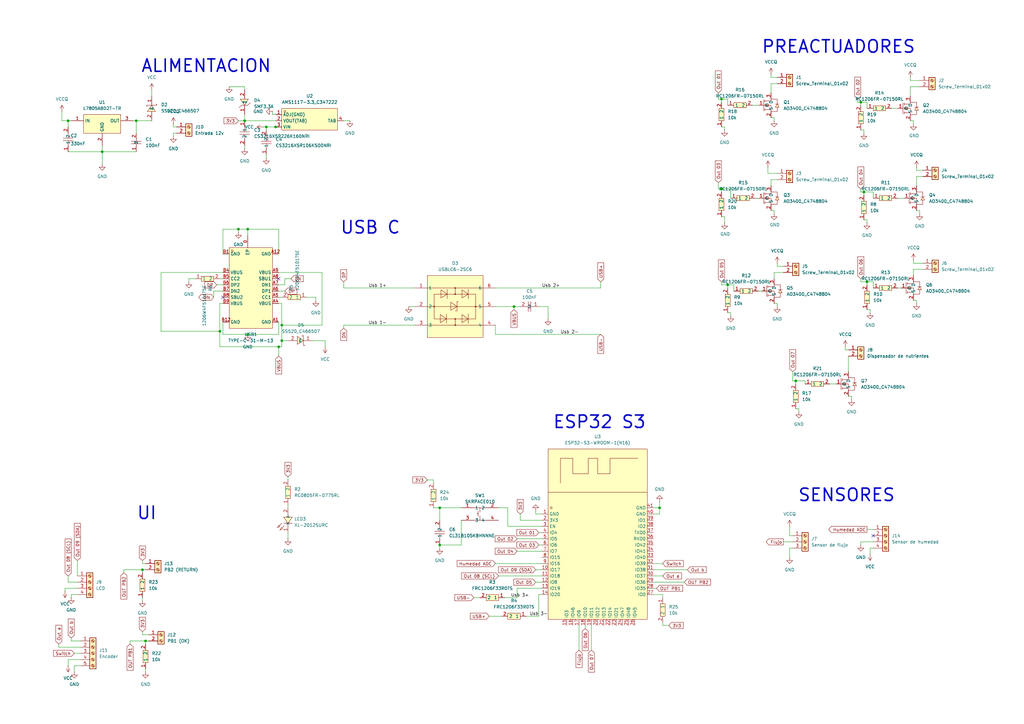
<source format=kicad_sch>
(kicad_sch (version 20250114) (generator "eeschema") (generator_version "9.0")
  (paper "A3")
  (text "SENSORES\n" (at 347.218 203.2 0) (effects (font (size 5.08 5.08) (thickness 0.635))))
  (text "UI" (at 60.198 210.566 0) (effects (font (size 5.08 5.08) (thickness 0.635))))
  (text "ESP32 S3\n" (at 245.872 173.228 0) (effects (font (size 5.08 5.08) (thickness 0.635))))
  (text "PREACTUADORES" (at 343.916 19.304 0) (effects (font (size 5.08 5.08) (thickness 0.635))))
  (text "ALIMENTACION\n" (at 84.582 27.178 0) (effects (font (size 5.08 5.08) (thickness 0.635))))
  (text "USB C\n" (at 151.892 93.472 0) (effects (font (size 5.08 5.08) (thickness 0.635))))
  (junction (at 115.57 133.35))
  (junction (at 27.94 49.53))
  (junction (at 55.88 49.53))
  (junction (at 270.51 208.28))
  (junction (at 295.91 40.64))
  (junction (at 298.45 116.84))
  (junction (at 58.42 233.68))
  (junction (at 97.79 93.98))
  (junction (at 353.06 41.91))
  (junction (at 59.69 262.89))
  (junction (at 326.39 156.21))
  (junction (at 210.82 125.73))
  (junction (at 113.03 52.07))
  (junction (at 90.17 135.89))
  (junction (at 100.33 49.53))
  (junction (at 115.57 139.7))
  (junction (at 355.6 115.57))
  (junction (at 114.3 142.24))
  (junction (at 109.22 52.07))
  (junction (at 180.34 223.52))
  (junction (at 295.91 77.47))
  (junction (at 354.33 78.74))
  (junction (at 180.34 208.28))
  (junction (at 101.6 93.98))
  (junction (at 41.91 62.23))
  (junction (at 101.6 137.16))
  (no_connect (at 91.44 121.92))
  (no_connect (at 114.3 114.3))
  (no_connect (at 358.14 219.71))
  (wire (pts (xy 378.46 69.85) (xy 375.92 69.85)))
  (wire (pts (xy 72.39 52.07) (xy 71.12 52.07)))
  (wire (pts (xy 132.08 111.76) (xy 114.3 111.76)))
  (wire (pts (xy 90.17 142.24) (xy 114.3 142.24)))
  (wire (pts (xy 355.6 115.57) (xy 353.06 115.57)))
  (wire (pts (xy 194.31 245.11) (xy 196.85 245.11)))
  (wire (pts (xy 100.33 59.69) (xy 100.33 60.96)))
  (wire (pts (xy 355.6 41.91) (xy 355.6 44.45)))
  (wire (pts (xy 294.64 38.1) (xy 294.64 40.64)))
  (wire (pts (xy 27.94 49.53) (xy 27.94 52.07)))
  (wire (pts (xy 31.75 229.87) (xy 31.75 236.22)))
  (wire (pts (xy 374.65 106.68) (xy 374.65 107.95)))
  (wire (pts (xy 355.6 127) (xy 356.87 127)))
  (wire (pts (xy 356.87 127) (xy 356.87 128.27)))
  (wire (pts (xy 317.5 114.3) (xy 317.5 111.76)))
  (wire (pts (xy 317.5 87.63) (xy 317.5 86.36)))
  (wire (pts (xy 321.31 109.22) (xy 318.77 109.22)))
  (wire (pts (xy 66.04 135.89) (xy 90.17 135.89)))
  (wire (pts (xy 346.71 142.24) (xy 346.71 143.51)))
  (wire (pts (xy 308.61 43.18) (xy 311.15 43.18)))
  (wire (pts (xy 170.18 133.35) (xy 140.97 133.35)))
  (wire (pts (xy 317.5 48.26) (xy 317.5 49.53)))
  (wire (pts (xy 101.6 93.98) (xy 114.3 93.98)))
  (wire (pts (xy 354.33 78.74) (xy 354.33 80.01)))
  (wire (pts (xy 175.26 196.85) (xy 177.8 196.85)))
  (wire (pts (xy 321.31 222.25) (xy 325.12 222.25)))
  (wire (pts (xy 316.23 76.2) (xy 316.23 73.66)))
  (wire (pts (xy 271.78 243.84) (xy 271.78 245.11)))
  (wire (pts (xy 326.39 156.21) (xy 325.12 156.21)))
  (wire (pts (xy 267.97 236.22) (xy 271.78 236.22)))
  (wire (pts (xy 299.72 77.47) (xy 299.72 81.28)))
  (wire (pts (xy 377.19 86.36) (xy 377.19 87.63)))
  (wire (pts (xy 246.38 118.11) (xy 203.2 118.11)))
  (wire (pts (xy 58.42 229.87) (xy 58.42 231.14)))
  (wire (pts (xy 27.94 270.51) (xy 27.94 273.05)))
  (wire (pts (xy 210.82 125.73) (xy 213.36 125.73)))
  (wire (pts (xy 133.35 142.24) (xy 133.35 139.7)))
  (wire (pts (xy 100.33 35.56) (xy 100.33 36.83)))
  (wire (pts (xy 91.44 93.98) (xy 97.79 93.98)))
  (wire (pts (xy 29.21 243.84) (xy 29.21 245.11)))
  (wire (pts (xy 167.64 125.73) (xy 170.18 125.73)))
  (wire (pts (xy 267.97 238.76) (xy 280.67 238.76)))
  (wire (pts (xy 189.23 213.36) (xy 189.23 223.52)))
  (wire (pts (xy 349.25 162.56) (xy 349.25 163.83)))
  (wire (pts (xy 317.5 111.76) (xy 321.31 111.76)))
  (wire (pts (xy 118.11 218.44) (xy 118.11 220.98)))
  (wire (pts (xy 327.66 167.64) (xy 327.66 168.91)))
  (wire (pts (xy 222.25 210.82) (xy 219.71 210.82)))
  (wire (pts (xy 297.18 88.9) (xy 297.18 91.44)))
  (wire (pts (xy 140.97 49.53) (xy 143.51 49.53)))
  (wire (pts (xy 224.79 125.73) (xy 224.79 130.81)))
  (wire (pts (xy 100.33 46.99) (xy 100.33 49.53)))
  (wire (pts (xy 340.36 157.48) (xy 342.9 157.48)))
  (wire (pts (xy 203.2 231.14) (xy 222.25 231.14)))
  (wire (pts (xy 118.11 195.58) (xy 118.11 196.85)))
  (wire (pts (xy 91.44 111.76) (xy 66.04 111.76)))
  (wire (pts (xy 59.69 274.32) (xy 59.69 275.59)))
  (wire (pts (xy 316.23 38.1) (xy 316.23 34.29)))
  (wire (pts (xy 267.97 208.28) (xy 270.51 208.28)))
  (wire (pts (xy 325.12 224.79) (xy 323.85 224.79)))
  (wire (pts (xy 365.76 44.45) (xy 368.3 44.45)))
  (wire (pts (xy 317.5 48.26) (xy 316.23 48.26)))
  (wire (pts (xy 208.28 215.9) (xy 208.28 208.28)))
  (wire (pts (xy 330.2 156.21) (xy 326.39 156.21)))
  (wire (pts (xy 31.75 243.84) (xy 29.21 243.84)))
  (wire (pts (xy 41.91 62.23) (xy 41.91 67.31)))
  (wire (pts (xy 316.23 30.48) (xy 316.23 31.75)))
  (wire (pts (xy 177.8 198.12) (xy 177.8 196.85)))
  (wire (pts (xy 222.25 241.3) (xy 212.09 241.3)))
  (wire (pts (xy 107.95 52.07) (xy 109.22 52.07)))
  (wire (pts (xy 374.65 107.95) (xy 378.46 107.95)))
  (wire (pts (xy 170.18 118.11) (xy 140.97 118.11)))
  (wire (pts (xy 374.65 49.53) (xy 374.65 50.8)))
  (wire (pts (xy 295.91 52.07) (xy 297.18 52.07)))
  (wire (pts (xy 114.3 124.46) (xy 115.57 124.46)))
  (wire (pts (xy 33.02 273.05) (xy 30.48 273.05)))
  (wire (pts (xy 27.94 62.23) (xy 41.91 62.23)))
  (wire (pts (xy 242.57 256.54) (xy 242.57 266.7)))
  (wire (pts (xy 54.61 49.53) (xy 55.88 49.53)))
  (wire (pts (xy 246.38 115.57) (xy 246.38 118.11)))
  (wire (pts (xy 97.79 93.98) (xy 97.79 95.25)))
  (wire (pts (xy 270.51 208.28) (xy 270.51 210.82)))
  (wire (pts (xy 55.88 49.53) (xy 62.23 49.53)))
  (wire (pts (xy 31.75 241.3) (xy 26.67 241.3)))
  (wire (pts (xy 267.97 241.3) (xy 269.24 241.3)))
  (wire (pts (xy 298.45 128.27) (xy 299.72 128.27)))
  (wire (pts (xy 358.14 115.57) (xy 358.14 118.11)))
  (wire (pts (xy 140.97 118.11) (xy 140.97 115.57)))
  (wire (pts (xy 97.79 49.53) (xy 100.33 49.53)))
  (wire (pts (xy 128.27 139.7) (xy 133.35 139.7)))
  (wire (pts (xy 212.09 226.06) (xy 222.25 226.06)))
  (wire (pts (xy 220.98 125.73) (xy 224.79 125.73)))
  (wire (pts (xy 295.91 40.64) (xy 295.91 41.91)))
  (wire (pts (xy 118.11 207.01) (xy 118.11 208.28)))
  (wire (pts (xy 177.8 208.28) (xy 180.34 208.28)))
  (wire (pts (xy 58.42 233.68) (xy 50.8 233.68)))
  (wire (pts (xy 374.65 49.53) (xy 373.38 49.53)))
  (wire (pts (xy 374.65 110.49) (xy 378.46 110.49)))
  (wire (pts (xy 351.79 40.64) (xy 351.79 41.91)))
  (wire (pts (xy 59.69 262.89) (xy 53.34 262.89)))
  (wire (pts (xy 114.3 132.08) (xy 114.3 137.16)))
  (wire (pts (xy 26.67 242.57) (xy 26.67 241.3)))
  (wire (pts (xy 60.96 262.89) (xy 59.69 262.89)))
  (wire (pts (xy 129.54 123.19) (xy 129.54 121.92)))
  (wire (pts (xy 246.38 137.16) (xy 203.2 137.16)))
  (wire (pts (xy 41.91 62.23) (xy 55.88 62.23)))
  (wire (pts (xy 373.38 39.37) (xy 373.38 35.56)))
  (wire (pts (xy 346.71 143.51) (xy 347.98 143.51)))
  (wire (pts (xy 77.47 115.57) (xy 77.47 114.3)))
  (wire (pts (xy 30.48 273.05) (xy 30.48 275.59)))
  (wire (pts (xy 29.21 261.62) (xy 29.21 262.89)))
  (wire (pts (xy 204.47 236.22) (xy 222.25 236.22)))
  (wire (pts (xy 210.82 125.73) (xy 210.82 127)))
  (wire (pts (xy 114.3 121.92) (xy 115.57 121.92)))
  (wire (pts (xy 109.22 52.07) (xy 113.03 52.07)))
  (wire (pts (xy 50.8 233.68) (xy 50.8 234.95)))
  (wire (pts (xy 222.25 213.36) (xy 213.36 213.36)))
  (wire (pts (xy 271.78 255.27) (xy 271.78 256.54)))
  (wire (pts (xy 297.18 52.07) (xy 297.18 53.34)))
  (wire (pts (xy 88.9 116.84) (xy 91.44 116.84)))
  (wire (pts (xy 91.44 104.14) (xy 91.44 93.98)))
  (wire (pts (xy 180.34 208.28) (xy 189.23 208.28)))
  (wire (pts (xy 220.98 243.84) (xy 220.98 252.73)))
  (wire (pts (xy 55.88 49.53) (xy 55.88 54.61)))
  (wire (pts (xy 353.06 41.91) (xy 353.06 43.18)))
  (wire (pts (xy 203.2 125.73) (xy 210.82 125.73)))
  (wire (pts (xy 353.06 222.25) (xy 353.06 223.52)))
  (wire (pts (xy 295.91 77.47) (xy 295.91 78.74)))
  (wire (pts (xy 295.91 40.64) (xy 298.45 40.64)))
  (wire (pts (xy 295.91 115.57) (xy 295.91 116.84)))
  (wire (pts (xy 318.77 31.75) (xy 316.23 31.75)))
  (wire (pts (xy 114.3 142.24) (xy 115.57 142.24)))
  (wire (pts (xy 300.99 116.84) (xy 300.99 119.38)))
  (wire (pts (xy 100.33 35.56) (xy 93.98 35.56)))
  (wire (pts (xy 212.09 220.98) (xy 222.25 220.98)))
  (wire (pts (xy 267.97 233.68) (xy 281.94 233.68)))
  (wire (pts (xy 299.72 128.27) (xy 299.72 129.54)))
  (wire (pts (xy 267.97 210.82) (xy 270.51 210.82)))
  (wire (pts (xy 180.34 213.36) (xy 180.34 208.28)))
  (wire (pts (xy 115.57 133.35) (xy 132.08 133.35)))
  (wire (pts (xy 295.91 77.47) (xy 299.72 77.47)))
  (wire (pts (xy 111.76 46.99) (xy 111.76 45.72)))
  (wire (pts (xy 33.02 270.51) (xy 27.94 270.51)))
  (wire (pts (xy 111.76 46.99) (xy 113.03 46.99)))
  (wire (pts (xy 294.64 74.93) (xy 294.64 77.47)))
  (wire (pts (xy 25.4 45.72) (xy 25.4 49.53)))
  (wire (pts (xy 222.25 243.84) (xy 220.98 243.84)))
  (wire (pts (xy 114.3 142.24) (xy 114.3 146.05)))
  (wire (pts (xy 114.3 52.07) (xy 113.03 52.07)))
  (wire (pts (xy 58.42 245.11) (xy 58.42 246.38)))
  (wire (pts (xy 358.14 78.74) (xy 354.33 78.74)))
  (wire (pts (xy 91.44 137.16) (xy 101.6 137.16)))
  (wire (pts (xy 298.45 116.84) (xy 298.45 118.11)))
  (wire (pts (xy 353.06 222.25) (xy 358.14 222.25)))
  (wire (pts (xy 374.65 113.03) (xy 374.65 110.49)))
  (wire (pts (xy 219.71 238.76) (xy 222.25 238.76)))
  (wire (pts (xy 222.25 215.9) (xy 208.28 215.9)))
  (wire (pts (xy 326.39 167.64) (xy 327.66 167.64)))
  (wire (pts (xy 323.85 219.71) (xy 323.85 215.9)))
  (wire (pts (xy 220.98 223.52) (xy 222.25 223.52)))
  (wire (pts (xy 90.17 124.46) (xy 90.17 135.89)))
  (wire (pts (xy 90.17 114.3) (xy 91.44 114.3)))
  (wire (pts (xy 66.04 111.76) (xy 66.04 135.89)))
  (wire (pts (xy 180.34 223.52) (xy 180.34 224.79)))
  (wire (pts (xy 71.12 52.07) (xy 71.12 50.8)))
  (wire (pts (xy 87.63 119.38) (xy 87.63 121.92)))
  (wire (pts (xy 373.38 35.56) (xy 377.19 35.56)))
  (wire (pts (xy 114.3 104.14) (xy 114.3 93.98)))
  (wire (pts (xy 298.45 40.64) (xy 298.45 43.18)))
  (wire (pts (xy 295.91 88.9) (xy 297.18 88.9)))
  (wire (pts (xy 132.08 111.76) (xy 132.08 133.35)))
  (wire (pts (xy 59.69 231.14) (xy 58.42 231.14)))
  (wire (pts (xy 298.45 116.84) (xy 295.91 116.84)))
  (wire (pts (xy 115.57 124.46) (xy 115.57 133.35)))
  (wire (pts (xy 62.23 36.83) (xy 62.23 39.37)))
  (wire (pts (xy 355.6 217.17) (xy 358.14 217.17)))
  (wire (pts (xy 33.02 262.89) (xy 29.21 262.89)))
  (wire (pts (xy 71.12 54.61) (xy 72.39 54.61)))
  (wire (pts (xy 204.47 208.28) (xy 208.28 208.28)))
  (wire (pts (xy 200.66 252.73) (xy 205.74 252.73)))
  (wire (pts (xy 24.13 264.16) (xy 24.13 265.43)))
  (wire (pts (xy 355.6 90.17) (xy 355.6 91.44)))
  (wire (pts (xy 377.19 86.36) (xy 375.92 86.36)))
  (wire (pts (xy 267.97 231.14) (xy 271.78 231.14)))
  (wire (pts (xy 58.42 259.08) (xy 58.42 260.35)))
  (wire (pts (xy 59.69 233.68) (xy 58.42 233.68)))
  (wire (pts (xy 240.03 256.54) (xy 240.03 257.81)))
  (wire (pts (xy 58.42 233.68) (xy 58.42 234.95)))
  (wire (pts (xy 41.91 59.69) (xy 41.91 62.23)))
  (wire (pts (xy 212.09 245.11) (xy 207.01 245.11)))
  (wire (pts (xy 368.3 81.28) (xy 370.84 81.28)))
  (wire (pts (xy 58.42 260.35) (xy 60.96 260.35)))
  (wire (pts (xy 90.17 135.89) (xy 90.17 142.24)))
  (wire (pts (xy 91.44 132.08) (xy 91.44 137.16)))
  (wire (pts (xy 368.3 118.11) (xy 369.57 118.11)))
  (wire (pts (xy 116.84 114.3) (xy 119.38 114.3)))
  (wire (pts (xy 101.6 137.16) (xy 114.3 137.16)))
  (wire (pts (xy 351.79 41.91) (xy 353.06 41.91)))
  (wire (pts (xy 33.02 265.43) (xy 24.13 265.43)))
  (wire (pts (xy 375.92 72.39) (xy 378.46 72.39)))
  (wire (pts (xy 353.06 77.47) (xy 353.06 78.74)))
  (wire (pts (xy 373.38 33.02) (xy 377.19 33.02)))
  (wire (pts (xy 219.71 209.55) (xy 219.71 210.82)))
  (wire (pts (xy 318.77 107.95) (xy 318.77 109.22)))
  (wire (pts (xy 219.71 233.68) (xy 222.25 233.68)))
  (wire (pts (xy 325.12 219.71) (xy 323.85 219.71)))
  (wire (pts (xy 375.92 123.19) (xy 375.92 124.46)))
  (wire (pts (xy 354.33 90.17) (xy 355.6 90.17)))
  (wire (pts (xy 375.92 123.19) (xy 374.65 123.19)))
  (wire (pts (xy 27.94 238.76) (xy 31.75 238.76)))
  (wire (pts (xy 358.14 115.57) (xy 355.6 115.57)))
  (wire (pts (xy 77.47 114.3) (xy 80.01 114.3)))
  (wire (pts (xy 114.3 116.84) (xy 116.84 116.84)))
  (wire (pts (xy 91.44 124.46) (xy 90.17 124.46)))
  (wire (pts (xy 373.38 31.75) (xy 373.38 33.02)))
  (wire (pts (xy 115.57 142.24) (xy 115.57 139.7)))
  (wire (pts (xy 213.36 213.36) (xy 213.36 210.82)))
  (wire (pts (xy 316.23 73.66) (xy 318.77 73.66)))
  (wire (pts (xy 53.34 262.89) (xy 53.34 264.16)))
  (wire (pts (xy 300.99 116.84) (xy 298.45 116.84)))
  (wire (pts (xy 294.64 40.64) (xy 295.91 40.64)))
  (wire (pts (xy 311.15 119.38) (xy 312.42 119.38)))
  (wire (pts (xy 267.97 243.84) (xy 271.78 243.84)))
  (wire (pts (xy 203.2 137.16) (xy 203.2 133.35)))
  (wire (pts (xy 116.84 116.84) (xy 116.84 114.3)))
  (wire (pts (xy 316.23 34.29) (xy 318.77 34.29)))
  (wire (pts (xy 356.87 224.79) (xy 356.87 227.33)))
  (wire (pts (xy 27.94 49.53) (xy 25.4 49.53)))
  (wire (pts (xy 270.51 205.74) (xy 270.51 208.28)))
  (wire (pts (xy 91.44 119.38) (xy 87.63 119.38)))
  (wire (pts (xy 220.98 218.44) (xy 222.25 218.44)))
  (wire (pts (xy 325.12 152.4) (xy 325.12 156.21)))
  (wire (pts (xy 375.92 68.58) (xy 375.92 69.85)))
  (wire (pts (xy 349.25 162.56) (xy 347.98 162.56)))
  (wire (pts (xy 115.57 139.7) (xy 118.11 139.7)))
  (wire (pts (xy 114.3 119.38) (xy 116.84 119.38)))
  (wire (pts (xy 101.6 96.52) (xy 101.6 93.98)))
  (wire (pts (xy 101.6 93.98) (xy 97.79 93.98)))
  (wire (pts (xy 212.09 241.3) (xy 212.09 245.11)))
  (wire (pts (xy 314.96 68.58) (xy 314.96 71.12)))
  (wire (pts (xy 323.85 224.79) (xy 323.85 228.6)))
  (wire (pts (xy 129.54 121.92) (xy 125.73 121.92)))
  (wire (pts (xy 140.97 133.35) (xy 140.97 134.62)))
  (wire (pts (xy 115.57 139.7) (xy 115.57 133.35)))
  (wire (pts (xy 100.33 49.53) (xy 113.03 49.53)))
  (wire (pts (xy 358.14 224.79) (xy 356.87 224.79)))
  (wire (pts (xy 347.98 146.05) (xy 347.98 152.4)))
  (wire (pts (xy 237.49 256.54) (xy 237.49 266.7)))
  (wire (pts (xy 109.22 63.5) (xy 109.22 64.77)))
  (wire (pts (xy 353.06 114.3) (xy 353.06 115.57)))
  (wire (pts (xy 180.34 223.52) (xy 189.23 223.52)))
  (wire (pts (xy 317.5 86.36) (xy 316.23 86.36)))
  (wire (pts (xy 353.06 53.34) (xy 354.33 53.34)))
  (wire (pts (xy 354.33 78.74) (xy 353.06 78.74)))
  (wire (pts (xy 294.64 77.47) (xy 295.91 77.47)))
  (wire (pts (xy 71.12 54.61) (xy 71.12 55.88)))
  (wire (pts (xy 354.33 53.34) (xy 354.33 54.61)))
  (wire (pts (xy 330.2 156.21) (xy 330.2 157.48)))
  (wire (pts (xy 309.88 81.28) (xy 311.15 81.28)))
  (wire (pts (xy 29.21 49.53) (xy 27.94 49.53)))
  (wire (pts (xy 326.39 156.21) (xy 326.39 157.48)))
  (wire (pts (xy 318.77 124.46) (xy 318.77 125.73)))
  (wire (pts (xy 318.77 71.12) (xy 314.96 71.12)))
  (wire (pts (xy 109.22 52.07) (xy 109.22 53.34)))
  (wire (pts (xy 59.69 262.89) (xy 59.69 264.16)))
  (wire (pts (xy 220.98 252.73) (xy 215.9 252.73)))
  (wire (pts (xy 358.14 78.74) (xy 358.14 81.28)))
  (wire (pts (xy 27.94 236.22) (xy 27.94 238.76)))
  (wire (pts (xy 355.6 115.57) (xy 355.6 116.84)))
  (wire (pts (xy 30.48 267.97) (xy 33.02 267.97)))
  (wire (pts (xy 318.77 124.46) (xy 317.5 124.46)))
  (wire (pts (xy 271.78 256.54) (xy 274.32 256.54)))
  (wire (pts (xy 353.06 41.91) (xy 355.6 41.91)))
  (wire (pts (xy 375.92 76.2) (xy 375.92 72.39)))
  (label "Usb 2-" (at 229.87 137.16 0))
  (label "Usb 3+" (at 209.55 245.11 0))
  (label "Usb 3-" (at 217.17 252.73 0))
  (label "Usb 1-" (at 151.13 133.35 0))
  (label "Usb 1+" (at 151.13 118.11 0))
  (label "Usb 2+" (at 222.25 118.11 0))
  (global_label "Out 03" (shape input) (at 294.64 74.93 90) (property "Intersheetrefs" "${INTERSHEET_REFS}" (effects (hide yes))))
  (global_label "Out 03" (shape input) (at 220.98 223.52 180) (property "Intersheetrefs" "${INTERSHEET_REFS}" (effects (hide yes))))
  (global_label "OUT PB2" (shape input) (at 280.67 238.76 0) (property "Intersheetrefs" "${INTERSHEET_REFS}" (effects (hide yes))))
  (global_label "3V3" (shape input) (at 58.42 259.08 90) (property "Intersheetrefs" "${INTERSHEET_REFS}" (effects (hide yes))))
  (global_label "Out 02" (shape input) (at 351.79 40.64 90) (property "Intersheetrefs" "${INTERSHEET_REFS}" (effects (hide yes))))
  (global_label "3V3" (shape input) (at 213.36 210.82 90) (property "Intersheetrefs" "${INTERSHEET_REFS}" (effects (hide yes))))
  (global_label "Humedad ADC" (shape output) (at 355.6 217.17 180) (property "Intersheetrefs" "${INTERSHEET_REFS}" (effects (hide yes))))
  (global_label "Out 01" (shape input) (at 220.98 218.44 180) (property "Intersheetrefs" "${INTERSHEET_REFS}" (effects (hide yes))))
  (global_label "VBUS" (shape input) (at 114.3 146.05 270) (property "Intersheetrefs" "${INTERSHEET_REFS}" (effects (hide yes))))
  (global_label "Out 05" (shape input) (at 219.71 238.76 180) (property "Intersheetrefs" "${INTERSHEET_REFS}" (effects (hide yes))))
  (global_label "USB+" (shape input) (at 246.38 115.57 90) (property "Intersheetrefs" "${INTERSHEET_REFS}" (effects (hide yes))))
  (global_label "Out 06" (shape input) (at 353.06 114.3 90) (property "Intersheetrefs" "${INTERSHEET_REFS}" (effects (hide yes))))
  (global_label "Out 05" (shape input) (at 295.91 115.57 90) (property "Intersheetrefs" "${INTERSHEET_REFS}" (effects (hide yes))))
  (global_label "OUT PB1" (shape input) (at 269.24 241.3 0) (property "Intersheetrefs" "${INTERSHEET_REFS}" (effects (hide yes))))
  (global_label "Out 07" (shape input) (at 242.57 266.7 270) (property "Intersheetrefs" "${INTERSHEET_REFS}" (effects (hide yes))))
  (global_label "Flujo" (shape input) (at 237.49 266.7 270) (property "Intersheetrefs" "${INTERSHEET_REFS}" (effects (hide yes))))
  (global_label "Switch" (shape input) (at 271.78 231.14 0) (property "Intersheetrefs" "${INTERSHEET_REFS}" (effects (hide yes))))
  (global_label "Out 02" (shape input) (at 212.09 220.98 180) (property "Intersheetrefs" "${INTERSHEET_REFS}" (effects (hide yes))))
  (global_label "Out 01" (shape input) (at 294.64 38.1 90) (property "Intersheetrefs" "${INTERSHEET_REFS}" (effects (hide yes))))
  (global_label "3V3" (shape input) (at 97.79 49.53 180) (property "Intersheetrefs" "${INTERSHEET_REFS}" (effects (hide yes))))
  (global_label "VBUS" (shape input) (at 210.82 127 270) (property "Intersheetrefs" "${INTERSHEET_REFS}" (effects (hide yes))))
  (global_label "Out 09 (SDA)" (shape input) (at 219.71 233.68 180) (property "Intersheetrefs" "${INTERSHEET_REFS}" (effects (hide yes))))
  (global_label "USB+" (shape input) (at 200.66 252.73 180) (property "Intersheetrefs" "${INTERSHEET_REFS}" (effects (hide yes))))
  (global_label "Out 08 (SCL)" (shape input) (at 27.94 236.22 90) (property "Intersheetrefs" "${INTERSHEET_REFS}" (effects (hide yes))))
  (global_label "Humedad ADC" (shape input) (at 203.2 231.14 180) (property "Intersheetrefs" "${INTERSHEET_REFS}" (effects (hide yes))))
  (global_label "DN" (shape bidirectional) (at 87.63 121.92 180) (property "Intersheetrefs" "${INTERSHEET_REFS}" (effects (hide yes))))
  (global_label "Out 08 (SCL)" (shape input) (at 204.47 236.22 180) (property "Intersheetrefs" "${INTERSHEET_REFS}" (effects (hide yes))))
  (global_label "Flujo" (shape output) (at 321.31 222.25 180) (property "Intersheetrefs" "${INTERSHEET_REFS}" (effects (hide yes))))
  (global_label "DN" (shape input) (at 140.97 134.62 270) (property "Intersheetrefs" "${INTERSHEET_REFS}" (effects (hide yes))))
  (global_label "Out a" (shape input) (at 271.78 236.22 0) (property "Intersheetrefs" "${INTERSHEET_REFS}" (effects (hide yes))))
  (global_label "DP" (shape input) (at 88.9 116.84 180) (property "Intersheetrefs" "${INTERSHEET_REFS}" (effects (hide yes))))
  (global_label "Out 07" (shape input) (at 325.12 152.4 90) (property "Intersheetrefs" "${INTERSHEET_REFS}" (effects (hide yes))))
  (global_label "DP" (shape input) (at 140.97 115.57 90) (property "Intersheetrefs" "${INTERSHEET_REFS}" (effects (hide yes))))
  (global_label "OUT PB2" (shape input) (at 50.8 234.95 270) (property "Intersheetrefs" "${INTERSHEET_REFS}" (effects (hide yes))))
  (global_label "3V3" (shape input) (at 175.26 196.85 180) (property "Intersheetrefs" "${INTERSHEET_REFS}" (effects (hide yes))))
  (global_label "3V3" (shape input) (at 274.32 256.54 0) (property "Intersheetrefs" "${INTERSHEET_REFS}" (effects (hide yes))))
  (global_label "DP" (shape input) (at 116.84 119.38 0) (property "Intersheetrefs" "${INTERSHEET_REFS}" (effects (hide yes))))
  (global_label "USB-" (shape input) (at 246.38 137.16 270) (property "Intersheetrefs" "${INTERSHEET_REFS}" (effects (hide yes))))
  (global_label "Out b" (shape input) (at 29.21 261.62 90) (property "Intersheetrefs" "${INTERSHEET_REFS}" (effects (hide yes))))
  (global_label "3V3" (shape input) (at 118.11 195.58 90) (property "Intersheetrefs" "${INTERSHEET_REFS}" (effects (hide yes))))
  (global_label "Switch" (shape input) (at 30.48 267.97 180) (property "Intersheetrefs" "${INTERSHEET_REFS}" (effects (hide yes))))
  (global_label "DN" (shape input) (at 119.38 114.3 0) (property "Intersheetrefs" "${INTERSHEET_REFS}" (effects (hide yes))))
  (global_label "Out 04" (shape input) (at 353.06 77.47 90) (property "Intersheetrefs" "${INTERSHEET_REFS}" (effects (hide yes))))
  (global_label "OUT PB1" (shape input) (at 53.34 264.16 270) (property "Intersheetrefs" "${INTERSHEET_REFS}" (effects (hide yes))))
  (global_label "Out a" (shape input) (at 24.13 264.16 90) (property "Intersheetrefs" "${INTERSHEET_REFS}" (effects (hide yes))))
  (global_label "3V3" (shape input) (at 58.42 229.87 90) (property "Intersheetrefs" "${INTERSHEET_REFS}" (effects (hide yes))))
  (global_label "Out 09 (SDA)" (shape input) (at 31.75 229.87 90) (property "Intersheetrefs" "${INTERSHEET_REFS}" (effects (hide yes))))
  (global_label "Out 06" (shape input) (at 240.03 257.81 270) (property "Intersheetrefs" "${INTERSHEET_REFS}" (effects (hide yes))))
  (global_label "Out b" (shape input) (at 281.94 233.68 0) (property "Intersheetrefs" "${INTERSHEET_REFS}" (effects (hide yes))))
  (global_label "USB-" (shape input) (at 194.31 245.11 180) (property "Intersheetrefs" "${INTERSHEET_REFS}" (effects (hide yes))))
  (global_label "Out 04" (shape input) (at 212.09 226.06 180) (property "Intersheetrefs" "${INTERSHEET_REFS}" (effects (hide yes))))
  (symbol (lib_id "EasyEDA:AO3400_C4748804") (at 314.96 119.38 0) (unit 1)
    (property "Reference" "Q5" (at 322.58 118.1099 0) (effects (justify left)))
    (property "Value" "AO3400_C4748804" (at 322.58 120.6499 0) (effects (justify left)))
    (property "Footprint" "easyeda2kicad:SOT-23_L2.9-W1.3-P1.90-LS2.4-BR" (effects (hide yes)))
    (property "LCSC Part" "C4748804" (effects (hide yes)))
  )
  (symbol (lib_id "Connector:Screw_Terminal_01x04") (at 363.22 219.71 0) (unit 1)
    (property "Reference" "J14" (at 365.76 219.7099 0) (effects (justify left)))
    (property "Value" "Sensor de humedad" (at 365.76 222.2499 0) (effects (justify left)))
    (property "Footprint" "easyeda2kicad:CONN-TH_4P-P3.81_KF124-3.81-4P" (effects (hide yes)))
    (property "Description" "Generic screw terminal, single row, 01x04, script generated (kicad-library-utils/schlib/autogen/connector/)" (effects (hide yes)))
    (property "LCSC Part" "C69809" (effects (hide yes)))
  )
  (symbol (lib_id "easyeda2kicad:SS520_C466507") (at 62.23 44.45 270) (unit 1)
    (property "Reference" "D2" (at 66.0668 42.9249 90) (effects (justify left)))
    (property "Value" "SS520_C466507" (at 66.0668 45.4649 90) (effects (justify left)))
    (property "Footprint" "easyeda2kicad:SMA_L4.4-W2.8-LS5.4-RD" (effects (hide yes)))
    (property "Datasheet" "https://lcsc.com/product-detail/Schottky-Barrier-Diodes-SBD_High-Diode-SS520_C466507.html" (effects (hide yes)))
    (property "LCSC Part" "C466507" (effects (hide yes)))
  )
  (symbol (lib_id "easyeda2kicad:RC1206FR-07150RL") (at 303.53 43.18 0) (unit 1)
    (property "Reference" "R16" (at 303.53 36.83 0))
    (property "Value" "RC1206FR-07150RL" (at 303.53 39.37 0))
    (property "Footprint" "easyeda2kicad:R1206" (effects (hide yes)))
    (property "Datasheet" "https://lcsc.com/product-detail/_RC1206FR-07150RL_C137387.html" (effects (hide yes)))
    (property "LCSC Part" "C137387" (effects (hide yes)))
  )
  (symbol (lib_id "power:GND") (at 29.21 245.11 0) (unit 1)
    (property "Reference" "#PWR014" (effects (hide yes)))
    (property "Value" "GND" (at 29.21 250.19 0))
    (property "Description" "Power symbol creates a global label with name \"GND\" , ground" (effects (hide yes)))
  )
  (symbol (lib_id "power:GND") (at 353.06 223.52 0) (unit 1)
    (property "Reference" "#PWR042" (effects (hide yes)))
    (property "Value" "GND" (at 353.06 228.6 0))
    (property "Description" "Power symbol creates a global label with name \"GND\" , ground" (effects (hide yes)))
  )
  (symbol (lib_id "easyeda2kicad:XL-2012SURC") (at 118.11 213.36 90) (unit 1)
    (property "Reference" "LED3" (at 120.65 212.8499 90) (effects (justify right)))
    (property "Value" "XL-2012SURC" (at 120.65 215.3899 90) (effects (justify right)))
    (property "Footprint" "easyeda2kicad:LED0805-RD_RED" (effects (hide yes)))
    (property "LCSC Part" "C965812" (effects (hide yes)))
  )
  (symbol (lib_id "easyeda2kicad:12065C334KAT2A") (at 27.94 57.15 90) (unit 1)
    (property "Reference" "C2" (at 28.956 55.626 90) (effects (justify right)))
    (property "Value" "330nF" (at 28.956 58.928 90) (effects (justify right)))
    (property "Footprint" "easyeda2kicad:C1206" (effects (hide yes)))
    (property "LCSC Part" "C192444" (effects (hide yes)))
  )
  (symbol (lib_id "easyeda2kicad:CL31A106KBHNNNE") (at 55.88 58.42 90) (unit 1)
    (property "Reference" "C1" (at 59.69 57.1499 90) (effects (justify right)))
    (property "Value" "100nF" (at 59.69 59.6899 90) (effects (justify right)))
    (property "Footprint" "easyeda2kicad:C1206" (effects (hide yes)))
    (property "Datasheet" "https://lcsc.com/product-detail/Multilayer-Ceramic-Capacitors-MLCC-SMD-SMT_SAMSUNG_CL31A106KBHNNNE_10uF-106-10-50V_C13585.html" (effects (hide yes)))
    (property "LCSC Part" "C13585" (effects (hide yes)))
  )
  (symbol (lib_id "easyeda2kicad:RC1206FR-0710KL") (at 354.33 85.09 90) (unit 1)
    (property "Reference" "R8" (at 356.87 83.8199 90) (effects (justify right)))
    (property "Value" "10k" (at 356.87 86.3599 90) (effects (justify right)))
    (property "Footprint" "easyeda2kicad:R1206" (effects (hide yes)))
    (property "Datasheet" "https://lcsc.com/product-detail/Chip-Resistor-Surface-Mount_10KR-1002-1_C132649.html" (effects (hide yes)))
    (property "LCSC Part" "C132649" (effects (hide yes)))
  )
  (symbol (lib_id "power:GND") (at 77.47 115.57 0) (unit 1)
    (property "Reference" "#PWR057" (effects (hide yes)))
    (property "Value" "GND" (at 77.47 120.65 0))
    (property "Description" "Power symbol creates a global label with name \"GND\" , ground" (effects (hide yes)))
  )
  (symbol (lib_id "power:VCCQ") (at 316.23 30.48 0) (unit 1)
    (property "Reference" "#PWR026" (effects (hide yes)))
    (property "Value" "VCCQ" (at 316.23 25.4 0))
    (property "Description" "Power symbol creates a global label with name \"VCCQ\"" (effects (hide yes)))
  )
  (symbol (lib_id "power:VCCQ") (at 373.38 31.75 0) (unit 1)
    (property "Reference" "#PWR027" (effects (hide yes)))
    (property "Value" "VCCQ" (at 373.38 26.67 0))
    (property "Description" "Power symbol creates a global label with name \"VCCQ\"" (effects (hide yes)))
  )
  (symbol (lib_id "power:VCCQ") (at 314.96 68.58 0) (unit 1)
    (property "Reference" "#PWR028" (effects (hide yes)))
    (property "Value" "VCCQ" (at 314.96 63.5 0))
    (property "Description" "Power symbol creates a global label with name \"VCCQ\"" (effects (hide yes)))
  )
  (symbol (lib_id "power:VCCQ") (at 71.12 50.8 0) (unit 1)
    (property "Reference" "#PWR016" (effects (hide yes)))
    (property "Value" "VCCQ" (at 71.12 45.72 0))
    (property "Description" "Power symbol creates a global label with name \"VCCQ\"" (effects (hide yes)))
  )
  (symbol (lib_id "easyeda2kicad:RC1206FR-07150RL") (at 363.22 118.11 0) (unit 1)
    (property "Reference" "R13" (at 363.22 111.76 0))
    (property "Value" "RC1206FR-07150RL" (at 363.22 114.3 0))
    (property "Footprint" "easyeda2kicad:R1206" (effects (hide yes)))
    (property "Datasheet" "https://lcsc.com/product-detail/_RC1206FR-07150RL_C137387.html" (effects (hide yes)))
    (property "LCSC Part" "C137387" (effects (hide yes)))
  )
  (symbol (lib_id "power:GND") (at 375.92 124.46 0) (unit 1)
    (property "Reference" "#PWR05" (effects (hide yes)))
    (property "Value" "GND" (at 375.92 129.54 0))
    (property "Description" "Power symbol creates a global label with name \"GND\" , ground" (effects (hide yes)))
  )
  (symbol (lib_id "easyeda2kicad:RC1206FR-0710KL") (at 298.45 123.19 90) (unit 1)
    (property "Reference" "R9" (at 300.99 121.9199 90) (effects (justify right)))
    (property "Value" "10k" (at 300.99 124.4599 90) (effects (justify right)))
    (property "Footprint" "easyeda2kicad:R1206" (effects (hide yes)))
    (property "Datasheet" "https://lcsc.com/product-detail/Chip-Resistor-Surface-Mount_10KR-1002-1_C132649.html" (effects (hide yes)))
    (property "LCSC Part" "C132649" (effects (hide yes)))
  )
  (symbol (lib_id "EasyEDA:AO3400_C4748804") (at 373.38 81.28 0) (unit 1)
    (property "Reference" "Q4" (at 381 80.0099 0) (effects (justify left)))
    (property "Value" "AO3400_C4748804" (at 381 82.5499 0) (effects (justify left)))
    (property "Footprint" "easyeda2kicad:SOT-23_L2.9-W1.3-P1.90-LS2.4-BR" (effects (hide yes)))
    (property "LCSC Part" "C4748804" (effects (hide yes)))
  )
  (symbol (lib_id "power:GND") (at 270.51 205.74 180) (unit 1)
    (property "Reference" "#PWR039" (effects (hide yes)))
    (property "Value" "GND" (at 270.51 200.66 0))
    (property "Description" "Power symbol creates a global label with name \"GND\" , ground" (effects (hide yes)))
  )
  (symbol (lib_id "power:VCC") (at 356.87 227.33 180) (unit 1)
    (property "Reference" "#PWR044" (effects (hide yes)))
    (property "Value" "VCC" (at 356.87 232.41 0))
    (property "Description" "Power symbol creates a global label with name \"VCC\"" (effects (hide yes)))
  )
  (symbol (lib_id "EasyEDA:AO3400_C4748804") (at 345.44 157.48 0) (unit 1)
    (property "Reference" "Q7" (at 353.06 156.2099 0) (effects (justify left)))
    (property "Value" "AO3400_C4748804" (at 353.06 158.7499 0) (effects (justify left)))
    (property "Footprint" "easyeda2kicad:SOT-23_L2.9-W1.3-P1.90-LS2.4-BR" (effects (hide yes)))
    (property "LCSC Part" "C4748804" (effects (hide yes)))
  )
  (symbol (lib_id "easyeda2kicad:AMS1117-3.3_C347222") (at 128.27 49.53 0) (unit 1)
    (property "Reference" "U2" (at 127 39.37 0))
    (property "Value" "AMS1117-3.3_C347222" (at 127 41.91 0))
    (property "Footprint" "easyeda2kicad:SOT-223-4_L6.5-W3.5-P2.30-LS7.0-BR" (effects (hide yes)))
    (property "Datasheet" "https://lcsc.com/product-detail/Others_Youtai-Semiconductor-Co-Ltd-AMS1117-3-3_C347222.html" (effects (hide yes)))
    (property "LCSC Part" "C347222" (effects (hide yes)))
  )
  (symbol (lib_id "power:GND") (at 327.66 168.91 0) (unit 1)
    (property "Reference" "#PWR032" (effects (hide yes)))
    (property "Value" "GND" (at 327.66 173.99 0))
    (property "Description" "Power symbol creates a global label with name \"GND\" , ground" (effects (hide yes)))
  )
  (symbol (lib_id "EasyEDA:AO3400_C4748804") (at 370.84 44.45 0) (unit 1)
    (property "Reference" "Q2" (at 378.46 43.1799 0) (effects (justify left)))
    (property "Value" "AO3400_C4748804" (at 378.46 45.7199 0) (effects (justify left)))
    (property "Footprint" "easyeda2kicad:SOT-23_L2.9-W1.3-P1.90-LS2.4-BR" (effects (hide yes)))
    (property "LCSC Part" "C4748804" (effects (hide yes)))
  )
  (symbol (lib_id "power:VCCQ") (at 374.65 106.68 0) (unit 1)
    (property "Reference" "#PWR025" (effects (hide yes)))
    (property "Value" "VCCQ" (at 374.65 101.6 0))
    (property "Description" "Power symbol creates a global label with name \"VCCQ\"" (effects (hide yes)))
  )
  (symbol (lib_id "power:VCC") (at 107.95 52.07 90) (unit 1)
    (property "Reference" "#PWR020" (effects (hide yes)))
    (property "Value" "VCC" (at 104.14 52.0699 90) (effects (justify left)))
    (property "Description" "Power symbol creates a global label with name \"VCC\"" (effects (hide yes)))
  )
  (symbol (lib_id "power:GND") (at 356.87 128.27 0) (unit 1)
    (property "Reference" "#PWR031" (effects (hide yes)))
    (property "Value" "GND" (at 356.87 133.35 0))
    (property "Description" "Power symbol creates a global label with name \"GND\" , ground" (effects (hide yes)))
  )
  (symbol (lib_id "easyeda2kicad:CS3216X5R226K160NRI") (at 100.33 54.61 270) (unit 1)
    (property "Reference" "C3" (at 104.14 53.3399 90) (effects (justify left)))
    (property "Value" "CS3216X5R226K160NRI" (at 104.14 55.8799 90) (effects (justify left)))
    (property "Footprint" "easyeda2kicad:C1206" (effects (hide yes)))
    (property "Datasheet" "https://lcsc.com/product-detail/Multilayer-Ceramic-Capacitors-MLCC-SMD-SMT_Samwha-Capacitor-CS3216X5R226K160NRI_C513771.html" (effects (hide yes)))
    (property "LCSC Part" "C513771" (effects (hide yes)))
  )
  (symbol (lib_id "easyeda2kicad:RC1206FR-0710KL") (at 177.8 203.2 90) (unit 1)
    (property "Reference" "R24" (at 180.34 201.9299 90) (effects (justify right)))
    (property "Value" "10k" (at 180.34 204.4699 90) (effects (justify right)))
    (property "Footprint" "easyeda2kicad:R1206" (effects (hide yes)))
    (property "Datasheet" "https://lcsc.com/product-detail/Chip-Resistor-Surface-Mount_10KR-1002-1_C132649.html" (effects (hide yes)))
    (property "LCSC Part" "C132649" (effects (hide yes)))
  )
  (symbol (lib_id "easyeda2kicad:RC1206FR-07150RL") (at 360.68 44.45 0) (unit 1)
    (property "Reference" "R14" (at 360.68 38.1 0))
    (property "Value" "RC1206FR-07150RL" (at 360.68 40.64 0))
    (property "Footprint" "easyeda2kicad:R1206" (effects (hide yes)))
    (property "Datasheet" "https://lcsc.com/product-detail/_RC1206FR-07150RL_C137387.html" (effects (hide yes)))
    (property "LCSC Part" "C137387" (effects (hide yes)))
  )
  (symbol (lib_id "EasyEDA:AO3400_C4748804") (at 313.69 43.18 0) (unit 1)
    (property "Reference" "Q1" (at 321.31 41.9099 0) (effects (justify left)))
    (property "Value" "AO3400_C4748804" (at 321.31 44.4499 0) (effects (justify left)))
    (property "Footprint" "easyeda2kicad:SOT-23_L2.9-W1.3-P1.90-LS2.4-BR" (effects (hide yes)))
    (property "LCSC Part" "C4748804" (effects (hide yes)))
  )
  (symbol (lib_id "easyeda2kicad:L7805ABD2T-TR") (at 41.91 53.34 0) (unit 1)
    (property "Reference" "U1" (at 41.91 41.91 0))
    (property "Value" "L7805ABD2T-TR" (at 41.91 44.45 0))
    (property "Footprint" "easyeda2kicad:TO-263-2_L10.0-W9.2-P5.08-LS15.3-TL-CW" (effects (hide yes)))
    (property "Datasheet" "https://lcsc.com/product-detail/Linear-Voltage-Regulators_STMicroelectronics_L7805ABD2T-TR_L7805ABD2T-TR_C86206.html" (effects (hide yes)))
    (property "LCSC Part" "C86206" (effects (hide yes)))
  )
  (symbol (lib_id "easyeda2kicad:RC1206FR-0710KL") (at 59.69 269.24 90) (unit 1)
    (property "Reference" "R22" (at 62.23 267.9699 90) (effects (justify right)))
    (property "Value" "10k" (at 62.23 270.5099 90) (effects (justify right)))
    (property "Footprint" "easyeda2kicad:R1206" (effects (hide yes)))
    (property "Datasheet" "https://lcsc.com/product-detail/Chip-Resistor-Surface-Mount_10KR-1002-1_C132649.html" (effects (hide yes)))
    (property "LCSC Part" "C132649" (effects (hide yes)))
  )
  (symbol (lib_id "power:GND") (at 299.72 129.54 0) (unit 1)
    (property "Reference" "#PWR030" (effects (hide yes)))
    (property "Value" "GND" (at 299.72 134.62 0))
    (property "Description" "Power symbol creates a global label with name \"GND\" , ground" (effects (hide yes)))
  )
  (symbol (lib_id "power:GND") (at 349.25 163.83 0) (unit 1)
    (property "Reference" "#PWR010" (effects (hide yes)))
    (property "Value" "GND" (at 349.25 168.91 0))
    (property "Description" "Power symbol creates a global label with name \"GND\" , ground" (effects (hide yes)))
  )
  (symbol (lib_id "easyeda2kicad:ESP32-S3-WROOM-1(N16)") (at 245.11 220.98 0) (unit 1)
    (property "Reference" "U3" (at 245.11 179.07 0))
    (property "Value" "ESP32-S3-WROOM-1(N16)" (at 245.11 181.61 0))
    (property "Footprint" "easyeda2kicad:WIRELM-SMD_ESP32-S3-WROOM-1" (effects (hide yes)))
    (property "LCSC Part" "C2913199" (effects (hide yes)))
  )
  (symbol (lib_id "power:GND") (at 111.76 45.72 270) (unit 1)
    (property "Reference" "#PWR022" (effects (hide yes)))
    (property "Value" "GND" (at 107.95 45.7199 90) (effects (justify right)))
    (property "Description" "Power symbol creates a global label with name \"GND\" , ground" (effects (hide yes)))
  )
  (symbol (lib_id "power:GND") (at 318.77 125.73 0) (unit 1)
    (property "Reference" "#PWR04" (effects (hide yes)))
    (property "Value" "GND" (at 318.77 130.81 0))
    (property "Description" "Power symbol creates a global label with name \"GND\" , ground" (effects (hide yes)))
  )
  (symbol (lib_id "Connector:Screw_Terminal_01x02") (at 323.85 71.12 0) (unit 1)
    (property "Reference" "J3" (at 326.39 71.1199 0) (effects (justify left)))
    (property "Value" "Screw_Terminal_01x02" (at 326.39 73.6599 0) (effects (justify left)))
    (property "Footprint" "easyeda2kicad:CONN-TH_2P-P5.00_CPC3703CTR" (effects (hide yes)))
    (property "Description" "Generic screw terminal, single row, 01x02, script generated (kicad-library-utils/schlib/autogen/connector/)" (effects (hide yes)))
    (property "LCSC Part" "C3703" (effects (hide yes)))
  )
  (symbol (lib_id "power:GND") (at 377.19 87.63 0) (unit 1)
    (property "Reference" "#PWR03" (effects (hide yes)))
    (property "Value" "GND" (at 377.19 92.71 0))
    (property "Description" "Power symbol creates a global label with name \"GND\" , ground" (effects (hide yes)))
  )
  (symbol (lib_id "power:VCCQ") (at 375.92 68.58 0) (unit 1)
    (property "Reference" "#PWR023" (effects (hide yes)))
    (property "Value" "VCCQ" (at 375.92 63.5 0))
    (property "Description" "Power symbol creates a global label with name \"VCCQ\"" (effects (hide yes)))
  )
  (symbol (lib_id "power:GND") (at 71.12 55.88 0) (unit 1)
    (property "Reference" "#PWR015" (effects (hide yes)))
    (property "Value" "GND" (at 71.12 60.96 0))
    (property "Description" "Power symbol creates a global label with name \"GND\" , ground" (effects (hide yes)))
  )
  (symbol (lib_id "easyeda2kicad:RC1206FR-0710KL") (at 355.6 121.92 90) (unit 1)
    (property "Reference" "R10" (at 358.14 120.6499 90) (effects (justify right)))
    (property "Value" "10k" (at 358.14 123.1899 90) (effects (justify right)))
    (property "Footprint" "easyeda2kicad:R1206" (effects (hide yes)))
    (property "Datasheet" "https://lcsc.com/product-detail/Chip-Resistor-Surface-Mount_10KR-1002-1_C132649.html" (effects (hide yes)))
    (property "LCSC Part" "C132649" (effects (hide yes)))
  )
  (symbol (lib_id "EasyEDA:AO3400_C4748804") (at 313.69 81.28 0) (unit 1)
    (property "Reference" "Q3" (at 321.31 80.0099 0) (effects (justify left)))
    (property "Value" "AO3400_C4748804" (at 321.31 82.5499 0) (effects (justify left)))
    (property "Footprint" "easyeda2kicad:SOT-23_L2.9-W1.3-P1.90-LS2.4-BR" (effects (hide yes)))
    (property "LCSC Part" "C4748804" (effects (hide yes)))
  )
  (symbol (lib_id "easyeda2kicad:SMF3.3A") (at 100.33 41.91 90) (unit 1)
    (property "Reference" "D4" (at 104.14 41.1499 90) (effects (justify right)))
    (property "Value" "SMF3.3A" (at 104.14 43.6899 90) (effects (justify right)))
    (property "Footprint" "easyeda2kicad:SOD-123_L2.8-W1.8-LS3.7-RD" (effects (hide yes)))
    (property "Datasheet" "https://lcsc.com/product-detail/TVS_DOWO-SMF3-3A_C283866.html" (effects (hide yes)))
    (property "LCSC Part" "C283866" (effects (hide yes)))
  )
  (symbol (lib_id "easyeda2kicad:FRC1206F33R0TS") (at 210.82 252.73 180) (unit 1)
    (property "Reference" "R4" (at 210.82 246.38 0))
    (property "Value" "FRC1206F33R0TS" (at 210.82 248.92 0))
    (property "Footprint" "easyeda2kicad:R1206" (effects (hide yes)))
    (property "LCSC Part" "C2907384" (effects (hide yes)))
  )
  (symbol (lib_id "power:GND") (at 30.48 275.59 0) (unit 1)
    (property "Reference" "#PWR017" (effects (hide yes)))
    (property "Value" "GND" (at 30.48 280.67 0))
    (property "Description" "Power symbol creates a global label with name \"GND\" , ground" (effects (hide yes)))
  )
  (symbol (lib_id "power:GND") (at 97.79 95.25 0) (unit 1)
    (property "Reference" "#PWR055" (effects (hide yes)))
    (property "Value" "GND" (at 97.79 100.33 0))
    (property "Description" "Power symbol creates a global label with name \"GND\" , ground" (effects (hide yes)))
  )
  (symbol (lib_id "Connector:Screw_Terminal_01x03") (at 330.2 222.25 0) (unit 1)
    (property "Reference" "J7" (at 332.74 220.9799 0) (effects (justify left)))
    (property "Value" "Sensor de flujo" (at 332.74 223.5199 0) (effects (justify left)))
    (property "Footprint" "easyeda2kicad:CONN-TH_3P-P5.00_WJ128V-5.0-3P" (effects (hide yes)))
    (property "Description" "Generic screw terminal, single row, 01x03, script generated (kicad-library-utils/schlib/autogen/connector/)" (effects (hide yes)))
    (property "LCSC Part" "C8270" (effects (hide yes)))
  )
  (symbol (lib_id "easyeda2kicad:TYPE-C-31-M-13") (at 104.14 114.3 0) (unit 1)
    (property "Reference" "USB1" (at 102.87 137.16 0))
    (property "Value" "TYPE-C-31-M-13" (at 102.87 139.7 0))
    (property "Footprint" "easyeda2kicad:USB-C-SMD_TYPE-C-31-M-13" (effects (hide yes)))
    (property "Datasheet" "https://lcsc.com/product-detail/USB-Type-C_Korean-Hroparts-Elec-TYPE-C-31-M-13_C223906.html" (effects (hide yes)))
    (property "LCSC Part" "C223906" (effects (hide yes)))
  )
  (symbol (lib_id "power:GND") (at 58.42 246.38 0) (unit 1)
    (property "Reference" "#PWR036" (effects (hide yes)))
    (property "Value" "GND" (at 58.42 251.46 0))
    (property "Description" "Power symbol creates a global label with name \"GND\" , ground" (effects (hide yes)))
  )
  (symbol (lib_id "power:GND") (at 354.33 54.61 0) (unit 1)
    (property "Reference" "#PWR034" (effects (hide yes)))
    (property "Value" "GND" (at 354.33 59.69 0))
    (property "Description" "Power symbol creates a global label with name \"GND\" , ground" (effects (hide yes)))
  )
  (symbol (lib_id "Connector:Screw_Terminal_01x02") (at 323.85 31.75 0) (unit 1)
    (property "Reference" "J1" (at 326.39 31.7499 0) (effects (justify left)))
    (property "Value" "Screw_Terminal_01x02" (at 326.39 34.2899 0) (effects (justify left)))
    (property "Footprint" "easyeda2kicad:CONN-TH_2P-P5.00_CPC3703CTR" (effects (hide yes)))
    (property "Description" "Generic screw terminal, single row, 01x02, script generated (kicad-library-utils/schlib/autogen/connector/)" (effects (hide yes)))
    (property "LCSC Part" "C3703" (effects (hide yes)))
  )
  (symbol (lib_id "easyeda2kicad:RC1206FR-0710KL") (at 326.39 162.56 90) (unit 1)
    (property "Reference" "R17" (at 328.93 161.2899 90) (effects (justify right)))
    (property "Value" "10k" (at 328.93 163.8299 90) (effects (justify right)))
    (property "Footprint" "easyeda2kicad:R1206" (effects (hide yes)))
    (property "Datasheet" "https://lcsc.com/product-detail/Chip-Resistor-Surface-Mount_10KR-1002-1_C132649.html" (effects (hide yes)))
    (property "LCSC Part" "C132649" (effects (hide yes)))
  )
  (symbol (lib_id "power:GND") (at 180.34 224.79 0) (unit 1)
    (property "Reference" "#PWR051" (effects (hide yes)))
    (property "Value" "GND" (at 180.34 229.87 0))
    (property "Description" "Power symbol creates a global label with name \"GND\" , ground" (effects (hide yes)))
  )
  (symbol (lib_id "easyeda2kicad:SS520_C466507") (at 123.19 139.7 180) (unit 1)
    (property "Reference" "D5" (at 123.445 133.35 0))
    (property "Value" "SS520_C466507" (at 123.445 135.89 0))
    (property "Footprint" "easyeda2kicad:SMA_L4.4-W2.8-LS5.4-RD" (effects (hide yes)))
    (property "Datasheet" "https://lcsc.com/product-detail/Schottky-Barrier-Diodes-SBD_High-Diode-SS520_C466507.html" (effects (hide yes)))
    (property "LCSC Part" "C466507" (effects (hide yes)))
  )
  (symbol (lib_id "easyeda2kicad:CL31B105KBHNNNE") (at 180.34 218.44 90) (unit 1)
    (property "Reference" "C6" (at 184.15 217.1699 90) (effects (justify right)))
    (property "Value" "CL31B105KBHNNNE" (at 184.15 219.7099 90) (effects (justify right)))
    (property "Footprint" "easyeda2kicad:C1206" (effects (hide yes)))
    (property "Datasheet" "https://lcsc.com/product-detail/Multilayer-Ceramic-Capacitors-MLCC-SMD-SMT_SAMSUNG_CL31B105KBHNNNE_1uF-105-10-50V_C1848.html" (effects (hide yes)))
    (property "LCSC Part" "C1848" (effects (hide yes)))
  )
  (symbol (lib_id "easyeda2kicad:USBLC6-2SC6") (at 186.69 125.73 0) (unit 1)
    (property "Reference" "D3" (at 186.69 107.95 0))
    (property "Value" "USBLC6-2SC6" (at 186.69 110.49 0))
    (property "Footprint" "easyeda2kicad:SOT-23-6_L2.9-W1.6-P0.95-LS2.8-BL" (effects (hide yes)))
    (property "Datasheet" "https://lcsc.com/product-detail/Diodes-ESD_STMicroelectronics_USBLC6-2SC6_USBLC6-2SC6_C7519.html" (effects (hide yes)))
    (property "LCSC Part" "C7519" (effects (hide yes)))
  )
  (symbol (lib_id "easyeda2kicad:RC1206FR-07150RL") (at 306.07 119.38 0) (unit 1)
    (property "Reference" "R12" (at 306.07 113.03 0))
    (property "Value" "RC1206FR-07150RL" (at 306.07 115.57 0))
    (property "Footprint" "easyeda2kicad:R1206" (effects (hide yes)))
    (property "Datasheet" "https://lcsc.com/product-detail/_RC1206FR-07150RL_C137387.html" (effects (hide yes)))
    (property "LCSC Part" "C137387" (effects (hide yes)))
  )
  (symbol (lib_id "Connector:Screw_Terminal_01x02") (at 382.27 33.02 0) (unit 1)
    (property "Reference" "J2" (at 384.81 33.0199 0) (effects (justify left)))
    (property "Value" "Screw_Terminal_01x02" (at 384.81 35.5599 0) (effects (justify left)))
    (property "Footprint" "easyeda2kicad:CONN-TH_2P-P5.00_CPC3703CTR" (effects (hide yes)))
    (property "Description" "Generic screw terminal, single row, 01x02, script generated (kicad-library-utils/schlib/autogen/connector/)" (effects (hide yes)))
    (property "LCSC Part" "C3703" (effects (hide yes)))
  )
  (symbol (lib_id "power:VCC") (at 26.67 242.57 180) (unit 1)
    (property "Reference" "#PWR013" (effects (hide yes)))
    (property "Value" "VCC" (at 26.67 247.65 0))
    (property "Description" "Power symbol creates a global label with name \"VCC\"" (effects (hide yes)))
  )
  (symbol (lib_id "easyeda2kicad:RC1206FR-07150RL") (at 363.22 81.28 0) (unit 1)
    (property "Reference" "R11" (at 363.22 74.93 0))
    (property "Value" "RC1206FR-07150RL" (at 363.22 77.47 0))
    (property "Footprint" "easyeda2kicad:R1206" (effects (hide yes)))
    (property "Datasheet" "https://lcsc.com/product-detail/_RC1206FR-07150RL_C137387.html" (effects (hide yes)))
    (property "LCSC Part" "C137387" (effects (hide yes)))
  )
  (symbol (lib_id "easyeda2kicad:RC1206FR-0710KL") (at 58.42 240.03 90) (unit 1)
    (property "Reference" "R23" (at 60.96 238.7599 90) (effects (justify right)))
    (property "Value" "10k" (at 60.96 241.2999 90) (effects (justify right)))
    (property "Footprint" "easyeda2kicad:R1206" (effects (hide yes)))
    (property "Datasheet" "https://lcsc.com/product-detail/Chip-Resistor-Surface-Mount_10KR-1002-1_C132649.html" (effects (hide yes)))
    (property "LCSC Part" "C132649" (effects (hide yes)))
  )
  (symbol (lib_id "power:GND") (at 93.98 35.56 0) (unit 1)
    (property "Reference" "#PWR052" (effects (hide yes)))
    (property "Value" "GND" (at 93.98 40.64 0))
    (property "Description" "Power symbol creates a global label with name \"GND\" , ground" (effects (hide yes)))
  )
  (symbol (lib_id "easyeda2kicad:1206W4F5101T5E") (at 85.09 114.3 0) (unit 1)
    (property "Reference" "R6" (at 86.3601 116.84 90) (effects (justify right)))
    (property "Value" "1206W4F5101T5E" (at 83.8201 116.84 90) (effects (justify right)))
    (property "Footprint" "easyeda2kicad:R1206" (effects (hide yes)))
    (property "Datasheet" "https://lcsc.com/product-detail/Chip-Resistor-Surface-Mount-UniOhm_5-1KR-5101-1_C26033.html" (effects (hide yes)))
    (property "LCSC Part" "C26033" (effects (hide yes)))
  )
  (symbol (lib_id "power:GND") (at 323.85 228.6 0) (unit 1)
    (property "Reference" "#PWR011" (effects (hide yes)))
    (property "Value" "GND" (at 323.85 233.68 0))
    (property "Description" "Power symbol creates a global label with name \"GND\" , ground" (effects (hide yes)))
  )
  (symbol (lib_id "power:GND") (at 118.11 220.98 0) (unit 1)
    (property "Reference" "#PWR048" (effects (hide yes)))
    (property "Value" "GND" (at 118.11 226.06 0))
    (property "Description" "Power symbol creates a global label with name \"GND\" , ground" (effects (hide yes)))
  )
  (symbol (lib_id "Connector:Screw_Terminal_01x02") (at 383.54 107.95 0) (unit 1)
    (property "Reference" "J6" (at 386.08 107.9499 0) (effects (justify left)))
    (property "Value" "Screw_Terminal_01x02" (at 386.08 110.4899 0) (effects (justify left)))
    (property "Footprint" "easyeda2kicad:CONN-TH_2P-P5.00_CPC3703CTR" (effects (hide yes)))
    (property "Description" "Generic screw terminal, single row, 01x02, script generated (kicad-library-utils/schlib/autogen/connector/)" (effects (hide yes)))
    (property "LCSC Part" "C3703" (effects (hide yes)))
  )
  (symbol (lib_id "easyeda2kicad:RC1206FR-0710KL") (at 295.91 46.99 90) (unit 1)
    (property "Reference" "R18" (at 298.45 45.7199 90) (effects (justify right)))
    (property "Value" "10k" (at 298.45 48.2599 90) (effects (justify right)))
    (property "Footprint" "easyeda2kicad:R1206" (effects (hide yes)))
    (property "Datasheet" "https://lcsc.com/product-detail/Chip-Resistor-Surface-Mount_10KR-1002-1_C132649.html" (effects (hide yes)))
    (property "LCSC Part" "C132649" (effects (hide yes)))
  )
  (symbol (lib_id "power:GND") (at 167.64 125.73 0) (unit 1)
    (property "Reference" "#PWR049" (effects (hide yes)))
    (property "Value" "GND" (at 167.64 130.81 0))
    (property "Description" "Power symbol creates a global label with name \"GND\" , ground" (effects (hide yes)))
  )
  (symbol (lib_id "power:GND") (at 219.71 209.55 180) (unit 1)
    (property "Reference" "#PWR038" (effects (hide yes)))
    (property "Value" "GND" (at 219.71 204.47 0))
    (property "Description" "Power symbol creates a global label with name \"GND\" , ground" (effects (hide yes)))
  )
  (symbol (lib_id "power:VCCQ") (at 323.85 215.9 0) (unit 1)
    (property "Reference" "#PWR012" (effects (hide yes)))
    (property "Value" "VCCQ" (at 323.85 210.82 0))
    (property "Description" "Power symbol creates a global label with name \"VCCQ\"" (effects (hide yes)))
  )
  (symbol (lib_id "power:GND") (at 129.54 123.19 0) (unit 1)
    (property "Reference" "#PWR056" (effects (hide yes)))
    (property "Value" "GND" (at 129.54 128.27 0))
    (property "Description" "Power symbol creates a global label with name \"GND\" , ground" (effects (hide yes)))
  )
  (symbol (lib_id "power:GND") (at 297.18 53.34 0) (unit 1)
    (property "Reference" "#PWR033" (effects (hide yes)))
    (property "Value" "GND" (at 297.18 58.42 0))
    (property "Description" "Power symbol creates a global label with name \"GND\" , ground" (effects (hide yes)))
  )
  (symbol (lib_id "Connector:Screw_Terminal_01x02") (at 64.77 231.14 0) (unit 1)
    (property "Reference" "J13" (at 67.31 231.1399 0) (effects (justify left)))
    (property "Value" "PB2 (RETURN)" (at 67.31 233.6799 0) (effects (justify left)))
    (property "Footprint" "easyeda2kicad:CONN-TH_2P-P5.00_CPC3703CTR" (effects (hide yes)))
    (property "Description" "Generic screw terminal, single row, 01x02, script generated (kicad-library-utils/schlib/autogen/connector/)" (effects (hide yes)))
    (property "LCSC Part" "C3703" (effects (hide yes)))
  )
  (symbol (lib_id "easyeda2kicad:CL31A106KBHNNNE") (at 217.17 125.73 180) (unit 1)
    (property "Reference" "C5" (at 217.17 119.38 0))
    (property "Value" "100nF" (at 217.17 121.92 0))
    (property "Footprint" "easyeda2kicad:C1206" (effects (hide yes)))
    (property "Datasheet" "https://lcsc.com/product-detail/Multilayer-Ceramic-Capacitors-MLCC-SMD-SMT_SAMSUNG_CL31A106KBHNNNE_10uF-106-10-50V_C13585.html" (effects (hide yes)))
    (property "LCSC Part" "C13585" (effects (hide yes)))
  )
  (symbol (lib_id "Connector:Screw_Terminal_01x02") (at 77.47 52.07 0) (unit 1)
    (property "Reference" "J10" (at 80.01 52.0699 0) (effects (justify left)))
    (property "Value" "Entrada 12v" (at 80.01 54.6099 0) (effects (justify left)))
    (property "Footprint" "easyeda2kicad:CONN-TH_2P-P5.00_CPC3703CTR" (effects (hide yes)))
    (property "Description" "Generic screw terminal, single row, 01x02, script generated (kicad-library-utils/schlib/autogen/connector/)" (effects (hide yes)))
    (property "LCSC Part" "C3703" (effects (hide yes)))
  )
  (symbol (lib_id "power:VCCQ") (at 318.77 107.95 0) (unit 1)
    (property "Reference" "#PWR024" (effects (hide yes)))
    (property "Value" "VCCQ" (at 318.77 102.87 0))
    (property "Description" "Power symbol creates a global label with name \"VCCQ\"" (effects (hide yes)))
  )
  (symbol (lib_id "power:GND") (at 224.79 130.81 0) (unit 1)
    (property "Reference" "#PWR050" (effects (hide yes)))
    (property "Value" "GND" (at 224.79 135.89 0))
    (property "Description" "Power symbol creates a global label with name \"GND\" , ground" (effects (hide yes)))
  )
  (symbol (lib_id "power:VCC") (at 62.23 36.83 0) (unit 1)
    (property "Reference" "#PWR01" (effects (hide yes)))
    (property "Value" "VCC" (at 62.23 31.75 0))
    (property "Description" "Power symbol creates a global label with name \"VCC\"" (effects (hide yes)))
  )
  (symbol (lib_id "easyeda2kicad:RC1206FR-0710KL") (at 295.91 83.82 90) (unit 1)
    (property "Reference" "R20" (at 298.45 82.5499 90) (effects (justify right)))
    (property "Value" "10k" (at 298.45 85.0899 90) (effects (justify right)))
    (property "Footprint" "easyeda2kicad:R1206" (effects (hide yes)))
    (property "Datasheet" "https://lcsc.com/product-detail/Chip-Resistor-Surface-Mount_10KR-1002-1_C132649.html" (effects (hide yes)))
    (property "LCSC Part" "C132649" (effects (hide yes)))
  )
  (symbol (lib_id "easyeda2kicad:RC1206FR-0710KL") (at 271.78 250.19 270) (unit 1)
    (property "Reference" "R25" (at 274.32 248.9199 90) (effects (justify left)))
    (property "Value" "10k" (at 274.32 251.4599 90) (effects (justify left)))
    (property "Footprint" "easyeda2kicad:R1206" (effects (hide yes)))
    (property "Datasheet" "https://lcsc.com/product-detail/Chip-Resistor-Surface-Mount_10KR-1002-1_C132649.html" (effects (hide yes)))
    (property "LCSC Part" "C132649" (effects (hide yes)))
  )
  (symbol (lib_id "Connector:Screw_Terminal_01x02") (at 66.04 260.35 0) (unit 1)
    (property "Reference" "J12" (at 68.58 260.3499 0) (effects (justify left)))
    (property "Value" "PB1 (OK)" (at 68.58 262.8899 0) (effects (justify left)))
    (property "Footprint" "easyeda2kicad:CONN-TH_2P-P5.00_CPC3703CTR" (effects (hide yes)))
    (property "Description" "Generic screw terminal, single row, 01x02, script generated (kicad-library-utils/schlib/autogen/connector/)" (effects (hide yes)))
    (property "LCSC Part" "C3703" (effects (hide yes)))
  )
  (symbol (lib_id "power:VCC") (at 27.94 273.05 180) (unit 1)
    (property "Reference" "#PWR018" (effects (hide yes)))
    (property "Value" "VCC" (at 27.94 278.13 0))
    (property "Description" "Power symbol creates a global label with name \"VCC\"" (effects (hide yes)))
  )
  (symbol (lib_id "power:VCCQ") (at 25.4 45.72 0) (unit 1)
    (property "Reference" "#PWR02" (effects (hide yes)))
    (property "Value" "VCCQ" (at 25.4 40.64 0))
    (property "Description" "Power symbol creates a global label with name \"VCCQ\"" (effects (hide yes)))
  )
  (symbol (lib_id "power:GND") (at 59.69 275.59 0) (unit 1)
    (property "Reference" "#PWR037" (effects (hide yes)))
    (property "Value" "GND" (at 59.69 280.67 0))
    (property "Description" "Power symbol creates a global label with name \"GND\" , ground" (effects (hide yes)))
  )
  (symbol (lib_id "power:VCC") (at 133.35 142.24 180) (unit 1)
    (property "Reference" "#PWR054" (effects (hide yes)))
    (property "Value" "VCC" (at 133.35 147.32 0))
    (property "Description" "Power symbol creates a global label with name \"VCC\"" (effects (hide yes)))
  )
  (symbol (lib_id "power:GND") (at 109.22 64.77 0) (unit 1)
    (property "Reference" "#PWR041" (effects (hide yes)))
    (property "Value" "GND" (at 109.22 69.85 0))
    (property "Description" "Power symbol creates a global label with name \"GND\" , ground" (effects (hide yes)))
  )
  (symbol (lib_id "Connector:Screw_Terminal_01x02") (at 353.06 143.51 0) (unit 1)
    (property "Reference" "J8" (at 355.6 143.5099 0) (effects (justify left)))
    (property "Value" "Dispensador de nutrientes" (at 355.6 146.0499 0) (effects (justify left)))
    (property "Footprint" "easyeda2kicad:CONN-TH_2P-P5.00_CPC3703CTR" (effects (hide yes)))
    (property "Description" "Generic screw terminal, single row, 01x02, script generated (kicad-library-utils/schlib/autogen/connector/)" (effects (hide yes)))
    (property "LCSC Part" "C3703" (effects (hide yes)))
  )
  (symbol (lib_id "Connector:Screw_Terminal_01x02") (at 383.54 69.85 0) (unit 1)
    (property "Reference" "J4" (at 386.08 69.8499 0) (effects (justify left)))
    (property "Value" "Screw_Terminal_01x02" (at 386.08 72.3899 0) (effects (justify left)))
    (property "Footprint" "easyeda2kicad:CONN-TH_2P-P5.00_CPC3703CTR" (effects (hide yes)))
    (property "Description" "Generic screw terminal, single row, 01x02, script generated (kicad-library-utils/schlib/autogen/connector/)" (effects (hide yes)))
    (property "LCSC Part" "C3703" (effects (hide yes)))
  )
  (symbol (lib_id "power:GND") (at 317.5 87.63 0) (unit 1)
    (property "Reference" "#PWR08" (effects (hide yes)))
    (property "Value" "GND" (at 317.754 92.202 0))
    (property "Description" "Power symbol creates a global label with name \"GND\" , ground" (effects (hide yes)))
  )
  (symbol (lib_id "Connector:Screw_Terminal_01x02") (at 326.39 109.22 0) (unit 1)
    (property "Reference" "J5" (at 328.93 109.2199 0) (effects (justify left)))
    (property "Value" "Screw_Terminal_01x02" (at 328.93 111.7599 0) (effects (justify left)))
    (property "Footprint" "easyeda2kicad:CONN-TH_2P-P5.00_CPC3703CTR" (effects (hide yes)))
    (property "Description" "Generic screw terminal, single row, 01x02, script generated (kicad-library-utils/schlib/autogen/connector/)" (effects (hide yes)))
    (property "LCSC Part" "C3703" (effects (hide yes)))
  )
  (symbol (lib_id "power:GND") (at 100.33 60.96 0) (unit 1)
    (property "Reference" "#PWR040" (effects (hide yes)))
    (property "Value" "GND" (at 100.33 66.04 0))
    (property "Description" "Power symbol creates a global label with name \"GND\" , ground" (effects (hide yes)))
  )
  (symbol (lib_id "power:GND") (at 41.91 67.31 0) (unit 1)
    (property "Reference" "#PWR09" (effects (hide yes)))
    (property "Value" "GND" (at 41.91 72.39 0))
    (property "Description" "Power symbol creates a global label with name \"GND\" , ground" (effects (hide yes)))
  )
  (symbol (lib_id "easyeda2kicad:RC1206FR-07150RL") (at 335.28 157.48 0) (unit 1)
    (property "Reference" "R21" (at 335.28 151.13 0))
    (property "Value" "RC1206FR-07150RL" (at 335.28 153.67 0))
    (property "Footprint" "easyeda2kicad:R1206" (effects (hide yes)))
    (property "Datasheet" "https://lcsc.com/product-detail/_RC1206FR-07150RL_C137387.html" (effects (hide yes)))
    (property "LCSC Part" "C137387" (effects (hide yes)))
  )
  (symbol (lib_id "power:GND") (at 374.65 50.8 0) (unit 1)
    (property "Reference" "#PWR07" (effects (hide yes)))
    (property "Value" "GND" (at 374.904 55.626 0))
    (property "Description" "Power symbol creates a global label with name \"GND\" , ground" (effects (hide yes)))
  )
  (symbol (lib_id "power:GND") (at 297.18 91.44 0) (unit 1)
    (property "Reference" "#PWR035" (effects (hide yes)))
    (property "Value" "GND" (at 297.434 96.012 0))
    (property "Description" "Power symbol creates a global label with name \"GND\" , ground" (effects (hide yes)))
  )
  (symbol (lib_id "power:GND") (at 317.5 49.53 0) (unit 1)
    (property "Reference" "#PWR06" (effects (hide yes)))
    (property "Value" "GND" (at 317.5 54.61 0))
    (property "Description" "Power symbol creates a global label with name \"GND\" , ground" (effects (hide yes)))
  )
  (symbol (lib_id "Connector:Screw_Terminal_01x05") (at 38.1 267.97 0) (unit 1)
    (property "Reference" "J11" (at 40.64 266.6999 0) (effects (justify left)))
    (property "Value" "Encoder" (at 40.64 269.2399 0) (effects (justify left)))
    (property "Footprint" "easyeda2kicad:CONN-TH_5P-P3.81_KF124-3.81-5P" (effects (hide yes)))
    (property "Description" "Generic screw terminal, single row, 01x05, script generated (kicad-library-utils/schlib/autogen/connector/)" (effects (hide yes)))
    (property "LCSC Part" "C72336" (effects (hide yes)))
  )
  (symbol (lib_id "power:GND") (at 101.6 137.16 0) (unit 1)
    (property "Reference" "#PWR053" (effects (hide yes)))
    (property "Value" "GND" (at 101.6 142.24 0))
    (property "Description" "Power symbol creates a global label with name \"GND\" , ground" (effects (hide yes)))
  )
  (symbol (lib_id "Connector:Screw_Terminal_01x04") (at 36.83 238.76 0) (unit 1)
    (property "Reference" "J9" (at 39.37 238.7599 0) (effects (justify left)))
    (property "Value" "LCD" (at 39.37 241.2999 0) (effects (justify left)))
    (property "Footprint" "easyeda2kicad:CONN-TH_4P-P3.81_KF124-3.81-4P" (effects (hide yes)))
    (property "Description" "Generic screw terminal, single row, 01x04, script generated (kicad-library-utils/schlib/autogen/connector/)" (effects (hide yes)))
    (property "LCSC Part" "C69809" (effects (hide yes)))
  )
  (symbol (lib_id "easyeda2kicad:RC1206FR-0710KL") (at 353.06 48.26 90) (unit 1)
    (property "Reference" "R19" (at 355.6 46.9899 90) (effects (justify right)))
    (property "Value" "10k" (at 355.6 49.5299 90) (effects (justify right)))
    (property "Footprint" "easyeda2kicad:R1206" (effects (hide yes)))
    (property "Datasheet" "https://lcsc.com/product-detail/Chip-Resistor-Surface-Mount_10KR-1002-1_C132649.html" (effects (hide yes)))
    (property "LCSC Part" "C132649" (effects (hide yes)))
  )
  (symbol (lib_id "power:GND") (at 355.6 91.44 0) (unit 1)
    (property "Reference" "#PWR029" (effects (hide yes)))
    (property "Value" "GND" (at 355.6 96.52 0))
    (property "Description" "Power symbol creates a global label with name \"GND\" , ground" (effects (hide yes)))
  )
  (symbol (lib_id "EasyEDA:AO3400_C4748804") (at 372.11 118.11 0) (unit 1)
    (property "Reference" "Q6" (at 379.73 116.8399 0) (effects (justify left)))
    (property "Value" "AO3400_C4748804" (at 379.73 119.3799 0) (effects (justify left)))
    (property "Footprint" "easyeda2kicad:SOT-23_L2.9-W1.3-P1.90-LS2.4-BR" (effects (hide yes)))
    (property "LCSC Part" "C4748804" (effects (hide yes)))
  )
  (symbol (lib_id "easyeda2kicad:CS3216X5R106K500NRI") (at 109.22 58.42 90) (unit 1)
    (property "Reference" "C4" (at 113.03 57.1499 90) (effects (justify right)))
    (property "Value" "CS3216X5R106K500NRI" (at 113.03 59.6899 90) (effects (justify right)))
    (property "Footprint" "easyeda2kicad:C1206" (effects (hide yes)))
    (property "Datasheet" "https://lcsc.com/product-detail/Multilayer-Ceramic-Capacitors-MLCC-SMD-SMT_Samwha-Capacitor-CS3216X5R106K500NRI_C513774.html" (effects (hide yes)))
    (property "LCSC Part" "C513774" (effects (hide yes)))
  )
  (symbol (lib_id "easyeda2kicad:RC0805FR-0775RL") (at 118.11 201.93 90) (unit 1)
    (property "Reference" "R2" (at 120.65 200.6599 90) (effects (justify right)))
    (property "Value" "RC0805FR-0775RL" (at 120.65 203.1999 90) (effects (justify right)))
    (property "Footprint" "easyeda2kicad:R0805" (effects (hide yes)))
    (property "Datasheet" "https://lcsc.com/product-detail/Chip-Resistor-Surface-Mount_75R-75R0-1_C141697.html" (effects (hide yes)))
    (property "LCSC Part" "C141697" (effects (hide yes)))
  )
  (symbol (lib_id "easyeda2kicad:SKRPACE010") (at 196.85 209.55 0) (unit 1)
    (property "Reference" "SW1" (at 196.85 203.2 0))
    (property "Value" "SKRPACE010" (at 196.85 205.74 0))
    (property "Footprint" "easyeda2kicad:KEY-SMD_4P-L4.2-W3.2-P2.20-LS4.6" (effects (hide yes)))
    (property "Datasheet" "https://lcsc.com/product-detail/Tactile-Switches_ALPS_SKRPACE010_SKRPACE010_C139797.html" (effects (hide yes)))
    (property "LCSC Part" "C139797" (effects (hide yes)))
  )
  (symbol (lib_id "easyeda2kicad:FRC1206F33R0TS") (at 201.93 245.11 180) (unit 1)
    (property "Reference" "R3" (at 201.93 238.76 0))
    (property "Value" "FRC1206F33R0TS" (at 201.93 241.3 0))
    (property "Footprint" "easyeda2kicad:R1206" (effects (hide yes)))
    (property "LCSC Part" "C2907384" (effects (hide yes)))
  )
  (symbol (lib_id "easyeda2kicad:1206W4F5101T5E") (at 120.65 121.92 180) (unit 1)
    (property "Reference" "R5" (at 119.3799 119.38 90) (effects (justify right)))
    (property "Value" "1206W4F5101T5E" (at 121.9199 119.38 90) (effects (justify right)))
    (property "Footprint" "easyeda2kicad:R1206" (effects (hide yes)))
    (property "Datasheet" "https://lcsc.com/product-detail/Chip-Resistor-Surface-Mount-UniOhm_5-1KR-5101-1_C26033.html" (effects (hide yes)))
    (property "LCSC Part" "C26033" (effects (hide yes)))
  )
  (symbol (lib_id "easyeda2kicad:RC1206FR-07150RL") (at 304.8 81.28 0) (unit 1)
    (property "Reference" "R15" (at 304.8 74.93 0))
    (property "Value" "RC1206FR-07150RL" (at 304.8 77.47 0))
    (property "Footprint" "easyeda2kicad:R1206" (effects (hide yes)))
    (property "Datasheet" "https://lcsc.com/product-detail/_RC1206FR-07150RL_C137387.html" (effects (hide yes)))
    (property "LCSC Part" "C137387" (effects (hide yes)))
  )
  (symbol (lib_id "power:VCCQ") (at 346.71 142.24 0) (unit 1)
    (property "Reference" "#PWR019" (effects (hide yes)))
    (property "Value" "VCCQ" (at 346.71 137.16 0))
    (property "Description" "Power symbol creates a global label with name \"VCCQ\"" (effects (hide yes)))
  )
  (symbol (lib_id "power:GND") (at 143.51 49.53 0) (unit 1)
    (property "Reference" "#PWR021" (effects (hide yes)))
    (property "Value" "GND" (at 143.51 54.61 0))
    (property "Description" "Power symbol creates a global label with name \"GND\" , ground" (effects (hide yes)))
  )
)
</source>
